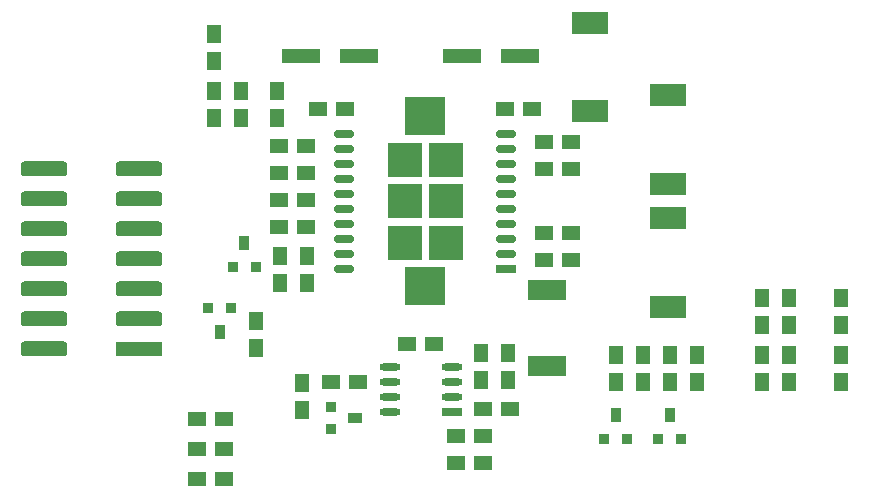
<source format=gtp>
G04*
G04  File:            BLDC MOTOR DRIVER V1.10.GTP, Mon Mar 21 23:15:27 2016*
G04  Source:          P-CAD 2006 PCB, Version 19.02.958, (E:\Projects\Manton\BLDC Motor Driver\V1.10\BLDC MOTOR DRIVER V1.10.PCB)*
G04  Format:          Gerber Format (RS-274-D), ASCII*
G04*
G04  Format Options:  Absolute Positioning*
G04                   Leading-Zero Suppression*
G04                   Scale Factor 1:1*
G04                   NO Circular Interpolation*
G04                   Inch Units*
G04                   Numeric Format: 4.4 (XXXX.XXXX)*
G04                   G54 NOT Used for Aperture Change*
G04                   Apertures Embedded*
G04*
G04  File Options:    Offset = (0.0mil,0.0mil)*
G04                   Drill Symbol Size = 80.0mil*
G04                   No Pad/Via Holes*
G04*
G04  File Contents:   Pads*
G04                   No Vias*
G04                   No Designators*
G04                   No Types*
G04                   No Values*
G04                   No Drill Symbols*
G04                   Top Paste*
G04*
%INBLDC MOTOR DRIVER V1.10.GTP*%
%ICAS*%
%MOIN*%
G04*
G04  Aperture MACROs for general use --- invoked via D-code assignment *
G04*
G04  General MACRO for flashed round with rotation and/or offset hole *
%AMROTOFFROUND*
1,1,$1,0.0000,0.0000*
1,0,$2,$3,$4*%
G04*
G04  General MACRO for flashed oval (obround) with rotation and/or offset hole *
%AMROTOFFOVAL*
21,1,$1,$2,0.0000,0.0000,$3*
1,1,$4,$5,$6*
1,1,$4,0-$5,0-$6*
1,0,$7,$8,$9*%
G04*
G04  General MACRO for flashed oval (obround) with rotation and no hole *
%AMROTOVALNOHOLE*
21,1,$1,$2,0.0000,0.0000,$3*
1,1,$4,$5,$6*
1,1,$4,0-$5,0-$6*%
G04*
G04  General MACRO for flashed rectangle with rotation and/or offset hole *
%AMROTOFFRECT*
21,1,$1,$2,0.0000,0.0000,$3*
1,0,$4,$5,$6*%
G04*
G04  General MACRO for flashed rectangle with rotation and no hole *
%AMROTRECTNOHOLE*
21,1,$1,$2,0.0000,0.0000,$3*%
G04*
G04  General MACRO for flashed rounded-rectangle *
%AMROUNDRECT*
21,1,$1,$2-$4,0.0000,0.0000,$3*
21,1,$1-$4,$2,0.0000,0.0000,$3*
1,1,$4,$5,$6*
1,1,$4,$7,$8*
1,1,$4,0-$5,0-$6*
1,1,$4,0-$7,0-$8*
1,0,$9,$10,$11*%
G04*
G04  General MACRO for flashed rounded-rectangle with rotation and no hole *
%AMROUNDRECTNOHOLE*
21,1,$1,$2-$4,0.0000,0.0000,$3*
21,1,$1-$4,$2,0.0000,0.0000,$3*
1,1,$4,$5,$6*
1,1,$4,$7,$8*
1,1,$4,0-$5,0-$6*
1,1,$4,0-$7,0-$8*%
G04*
G04  General MACRO for flashed regular polygon *
%AMREGPOLY*
5,1,$1,0.0000,0.0000,$2,$3+$4*
1,0,$5,$6,$7*%
G04*
G04  General MACRO for flashed regular polygon with no hole *
%AMREGPOLYNOHOLE*
5,1,$1,0.0000,0.0000,$2,$3+$4*%
G04*
G04  General MACRO for target *
%AMTARGET*
6,0,0,$1,$2,$3,4,$4,$5,$6*%
G04*
G04  General MACRO for mounting hole *
%AMMTHOLE*
1,1,$1,0,0*
1,0,$2,0,0*
$1=$1-$2*
$1=$1/2*
21,1,$2+$1,$3,0,0,$4*
21,1,$3,$2+$1,0,0,$4*%
G04*
G04*
G04  D10 : "Ellipse X5.0mil Y5.0mil H0.0mil 0.0deg (0.0mil,0.0mil) Draw"*
G04  Disc: OuterDia=0.0050*
%ADD10C, 0.0050*%
G04  D11 : "Ellipse X10.0mil Y10.0mil H0.0mil 0.0deg (0.0mil,0.0mil) Draw"*
G04  Disc: OuterDia=0.0100*
%ADD11C, 0.0100*%
G04  D12 : "Ellipse X15.0mil Y15.0mil H0.0mil 0.0deg (0.0mil,0.0mil) Draw"*
G04  Disc: OuterDia=0.0150*
%ADD12C, 0.0150*%
G04  D13 : "Ellipse X24.0mil Y24.0mil H0.0mil 0.0deg (0.0mil,0.0mil) Draw"*
G04  Disc: OuterDia=0.0240*
%ADD13C, 0.0240*%
G04  D14 : "Ellipse X28.0mil Y28.0mil H0.0mil 0.0deg (0.0mil,0.0mil) Draw"*
G04  Disc: OuterDia=0.0280*
%ADD14C, 0.0280*%
G04  D15 : "Ellipse X35.0mil Y35.0mil H0.0mil 0.0deg (0.0mil,0.0mil) Draw"*
G04  Disc: OuterDia=0.0350*
%ADD15C, 0.0350*%
G04  D16 : "Ellipse X42.0mil Y42.0mil H0.0mil 0.0deg (0.0mil,0.0mil) Draw"*
G04  Disc: OuterDia=0.0420*
%ADD16C, 0.0420*%
G04  D17 : "Ellipse X50.0mil Y50.0mil H0.0mil 0.0deg (0.0mil,0.0mil) Draw"*
G04  Disc: OuterDia=0.0500*
%ADD17C, 0.0500*%
G04  D18 : "Ellipse X60.0mil Y60.0mil H0.0mil 0.0deg (0.0mil,0.0mil) Draw"*
G04  Disc: OuterDia=0.0600*
%ADD18C, 0.0600*%
G04  D19 : "Ellipse X75.0mil Y75.0mil H0.0mil 0.0deg (0.0mil,0.0mil) Draw"*
G04  Disc: OuterDia=0.0750*
%ADD19C, 0.0750*%
G04  D20 : "Ellipse X8.0mil Y8.0mil H0.0mil 0.0deg (0.0mil,0.0mil) Draw"*
G04  Disc: OuterDia=0.0080*
%ADD20C, 0.0080*%
G04  D21 : "Ellipse X80.0mil Y80.0mil H0.0mil 0.0deg (0.0mil,0.0mil) Draw"*
G04  Disc: OuterDia=0.0800*
%ADD21C, 0.0800*%
G04  D22 : "Ellipse X100.0mil Y100.0mil H0.0mil 0.0deg (0.0mil,0.0mil) Flash"*
G04  Disc: OuterDia=0.1000*
%ADD22C, 0.1000*%
G04  D23 : "Ellipse X200.0mil Y200.0mil H0.0mil 0.0deg (0.0mil,0.0mil) Flash"*
G04  Disc: OuterDia=0.2000*
%ADD23C, 0.2000*%
G04  D24 : "Ellipse X398.0mil Y398.0mil H0.0mil 0.0deg (0.0mil,0.0mil) Flash"*
G04  Disc: OuterDia=0.3980*
%ADD24C, 0.3980*%
G04  D25 : "Ellipse X40.0mil Y40.0mil H0.0mil 0.0deg (0.0mil,0.0mil) Flash"*
G04  Disc: OuterDia=0.0400*
%ADD25C, 0.0400*%
G04  D26 : "Ellipse X70.0mil Y70.0mil H0.0mil 0.0deg (0.0mil,0.0mil) Flash"*
G04  Disc: OuterDia=0.0700*
%ADD26C, 0.0700*%
G04  D27 : "Ellipse X72.0mil Y72.0mil H0.0mil 0.0deg (0.0mil,0.0mil) Flash"*
G04  Disc: OuterDia=0.0720*
%ADD27C, 0.0720*%
G04  D28 : "Ellipse X78.0mil Y78.0mil H0.0mil 0.0deg (0.0mil,0.0mil) Flash"*
G04  Disc: OuterDia=0.0780*
%ADD28C, 0.0780*%
G04  D29 : "Ellipse X80.0mil Y80.0mil H0.0mil 0.0deg (0.0mil,0.0mil) Flash"*
G04  Disc: OuterDia=0.0800*
%ADD29C, 0.0800*%
G04  D30 : "Mounting Hole X390.0mil Y390.0mil H0.0mil 0.0deg (0.0mil,0.0mil) Flash"*
G04  Mounting Hole: Diameter=0.3900, Rotation=0.0, LineWidth=0.0050 *
%ADD30MTHOLE, 0.3900 X0.3700 X0.0050 X0.0*%
G04  D31 : "Mounting Hole X64.0mil Y64.0mil H0.0mil 0.0deg (0.0mil,0.0mil) Flash"*
G04  Mounting Hole: Diameter=0.0640, Rotation=0.0, LineWidth=0.0050 *
%ADD31MTHOLE, 0.0640 X0.0440 X0.0050 X0.0*%
G04  D32 : "Oval X68.0mil Y28.0mil H0.0mil 0.0deg (0.0mil,0.0mil) Flash"*
G04  Obround: DimX=0.0680, DimY=0.0280, Rotation=0.0, OffsetX=0.0000, OffsetY=0.0000, HoleDia=0.0000 *
%ADD32O, 0.0680 X0.0280*%
G04  D33 : "Oval X70.0mil Y25.0mil H0.0mil 0.0deg (0.0mil,0.0mil) Flash"*
G04  Obround: DimX=0.0700, DimY=0.0250, Rotation=0.0, OffsetX=0.0000, OffsetY=0.0000, HoleDia=0.0000 *
%ADD33O, 0.0700 X0.0250*%
G04  D34 : "Oval X76.0mil Y36.0mil H0.0mil 0.0deg (0.0mil,0.0mil) Flash"*
G04  Obround: DimX=0.0760, DimY=0.0360, Rotation=0.0, OffsetX=0.0000, OffsetY=0.0000, HoleDia=0.0000 *
%ADD34O, 0.0760 X0.0360*%
G04  D35 : "Oval X78.0mil Y33.0mil H0.0mil 0.0deg (0.0mil,0.0mil) Flash"*
G04  Obround: DimX=0.0780, DimY=0.0330, Rotation=0.0, OffsetX=0.0000, OffsetY=0.0000, HoleDia=0.0000 *
%ADD35O, 0.0780 X0.0330*%
G04  D36 : "Rounded Rectangle X100.0mil Y100.0mil H0.0mil 0.0deg (0.0mil,0.0mil) Flash"*
G04  RoundRct: DimX=0.1000, DimY=0.1000, CornerRad=0.0250, Rotation=0.0, OffsetX=0.0000, OffsetY=0.0000, HoleDia=0.0000 *
%ADD36ROUNDRECTNOHOLE, 0.1000 X0.1000 X0.0 X0.0500 X-0.0250 X-0.0250 X-0.0250 X0.0250*%
G04  D37 : "Rounded Rectangle X108.0mil Y108.0mil H0.0mil 0.0deg (0.0mil,0.0mil) Flash"*
G04  RoundRct: DimX=0.1080, DimY=0.1080, CornerRad=0.0270, Rotation=0.0, OffsetX=0.0000, OffsetY=0.0000, HoleDia=0.0000 *
%ADD37ROUNDRECTNOHOLE, 0.1080 X0.1080 X0.0 X0.0540 X-0.0270 X-0.0270 X-0.0270 X0.0270*%
G04  D38 : "Rounded Rectangle X125.0mil Y125.0mil H0.0mil 0.0deg (0.0mil,0.0mil) Flash"*
G04  RoundRct: DimX=0.1250, DimY=0.1250, CornerRad=0.0313, Rotation=0.0, OffsetX=0.0000, OffsetY=0.0000, HoleDia=0.0000 *
%ADD38ROUNDRECTNOHOLE, 0.1250 X0.1250 X0.0 X0.0625 X-0.0313 X-0.0313 X-0.0313 X0.0313*%
G04  D39 : "Rounded Rectangle X133.0mil Y133.0mil H0.0mil 0.0deg (0.0mil,0.0mil) Flash"*
G04  RoundRct: DimX=0.1330, DimY=0.1330, CornerRad=0.0333, Rotation=0.0, OffsetX=0.0000, OffsetY=0.0000, HoleDia=0.0000 *
%ADD39ROUNDRECTNOHOLE, 0.1330 X0.1330 X0.0 X0.0665 X-0.0333 X-0.0333 X-0.0333 X0.0333*%
G04  D40 : "Rounded Rectangle X156.0mil Y50.0mil H0.0mil 0.0deg (0.0mil,0.0mil) Flash"*
G04  RoundRct: DimX=0.1560, DimY=0.0500, CornerRad=0.0125, Rotation=0.0, OffsetX=0.0000, OffsetY=0.0000, HoleDia=0.0000 *
%ADD40ROUNDRECTNOHOLE, 0.1560 X0.0500 X0.0 X0.0250 X-0.0655 X-0.0125 X-0.0655 X0.0125*%
G04  D41 : "Rounded Rectangle X64.0mil Y64.0mil H0.0mil 0.0deg (0.0mil,0.0mil) Flash"*
G04  RoundRct: DimX=0.0640, DimY=0.0640, CornerRad=0.0160, Rotation=0.0, OffsetX=0.0000, OffsetY=0.0000, HoleDia=0.0000 *
%ADD41ROUNDRECTNOHOLE, 0.0640 X0.0640 X0.0 X0.0320 X-0.0160 X-0.0160 X-0.0160 X0.0160*%
G04  D42 : "Rounded Rectangle X72.0mil Y72.0mil H0.0mil 0.0deg (0.0mil,0.0mil) Flash"*
G04  RoundRct: DimX=0.0720, DimY=0.0720, CornerRad=0.0180, Rotation=0.0, OffsetX=0.0000, OffsetY=0.0000, HoleDia=0.0000 *
%ADD42ROUNDRECTNOHOLE, 0.0720 X0.0720 X0.0 X0.0360 X-0.0180 X-0.0180 X-0.0180 X0.0180*%
G04  D43 : "Rectangle X100.0mil Y100.0mil H0.0mil 0.0deg (0.0mil,0.0mil) Flash"*
G04  Square: Side=0.1000, Rotation=0.0, OffsetX=0.0000, OffsetY=0.0000, HoleDia=0.0000*
%ADD43R, 0.1000 X0.1000*%
G04  D44 : "Rectangle X108.0mil Y108.0mil H0.0mil 0.0deg (0.0mil,0.0mil) Flash"*
G04  Square: Side=0.1080, Rotation=0.0, OffsetX=0.0000, OffsetY=0.0000, HoleDia=0.0000*
%ADD44R, 0.1080 X0.1080*%
G04  D45 : "Rectangle X116.0mil Y118.0mil H0.0mil 0.0deg (0.0mil,0.0mil) Flash"*
G04  Rectangular: DimX=0.1160, DimY=0.1180, Rotation=0.0, OffsetX=0.0000, OffsetY=0.0000, HoleDia=0.0000 *
%ADD45R, 0.1160 X0.1180*%
G04  D46 : "Rectangle X125.0mil Y125.0mil H0.0mil 0.0deg (0.0mil,0.0mil) Flash"*
G04  Square: Side=0.1250, Rotation=0.0, OffsetX=0.0000, OffsetY=0.0000, HoleDia=0.0000*
%ADD46R, 0.1250 X0.1250*%
G04  D47 : "Rectangle X128.0mil Y45.0mil H0.0mil 0.0deg (0.0mil,0.0mil) Flash"*
G04  Rectangular: DimX=0.1280, DimY=0.0450, Rotation=0.0, OffsetX=0.0000, OffsetY=0.0000, HoleDia=0.0000 *
%ADD47R, 0.1280 X0.0450*%
G04  D48 : "Rectangle X133.0mil Y133.0mil H0.0mil 0.0deg (0.0mil,0.0mil) Flash"*
G04  Square: Side=0.1330, Rotation=0.0, OffsetX=0.0000, OffsetY=0.0000, HoleDia=0.0000*
%ADD48R, 0.1330 X0.1330*%
G04  D49 : "Rectangle X134.0mil Y131.0mil H0.0mil 0.0deg (0.0mil,0.0mil) Flash"*
G04  Rectangular: DimX=0.1340, DimY=0.1310, Rotation=0.0, OffsetX=0.0000, OffsetY=0.0000, HoleDia=0.0000 *
%ADD49R, 0.1340 X0.1310*%
G04  D50 : "Rectangle X136.0mil Y53.0mil H0.0mil 0.0deg (0.0mil,0.0mil) Flash"*
G04  Rectangular: DimX=0.1360, DimY=0.0530, Rotation=0.0, OffsetX=0.0000, OffsetY=0.0000, HoleDia=0.0000 *
%ADD50R, 0.1360 X0.0530*%
G04  D51 : "Rectangle X21.0mil Y21.0mil H0.0mil 225.0deg (0.0mil,0.0mil) Flash"*
G04  Square: Side=0.0210, Rotation=225.0, OffsetX=0.0000, OffsetY=0.0000, HoleDia=0.0000*
%ADD51ROTRECTNOHOLE, 0.0210 X0.0210 X225.0*%
G04  D52 : "Rectangle X36.0mil Y36.0mil H0.0mil 0.0deg (0.0mil,0.0mil) Flash"*
G04  Square: Side=0.0360, Rotation=0.0, OffsetX=0.0000, OffsetY=0.0000, HoleDia=0.0000*
%ADD52R, 0.0360 X0.0360*%
G04  D53 : "Rectangle X36.0mil Y50.0mil H0.0mil 0.0deg (0.0mil,0.0mil) Flash"*
G04  Rectangular: DimX=0.0360, DimY=0.0500, Rotation=0.0, OffsetX=0.0000, OffsetY=0.0000, HoleDia=0.0000 *
%ADD53R, 0.0360 X0.0500*%
G04  D54 : "Rectangle X50.0mil Y36.0mil H0.0mil 0.0deg (0.0mil,0.0mil) Flash"*
G04  Rectangular: DimX=0.0500, DimY=0.0360, Rotation=0.0, OffsetX=0.0000, OffsetY=0.0000, HoleDia=0.0000 *
%ADD54R, 0.0500 X0.0360*%
G04  D55 : "Rectangle X44.0mil Y44.0mil H0.0mil 0.0deg (0.0mil,0.0mil) Flash"*
G04  Square: Side=0.0440, Rotation=0.0, OffsetX=0.0000, OffsetY=0.0000, HoleDia=0.0000*
%ADD55R, 0.0440 X0.0440*%
G04  D56 : "Rectangle X44.0mil Y58.0mil H0.0mil 0.0deg (0.0mil,0.0mil) Flash"*
G04  Rectangular: DimX=0.0440, DimY=0.0580, Rotation=0.0, OffsetX=0.0000, OffsetY=0.0000, HoleDia=0.0000 *
%ADD56R, 0.0440 X0.0580*%
G04  D57 : "Rectangle X58.0mil Y44.0mil H0.0mil 0.0deg (0.0mil,0.0mil) Flash"*
G04  Rectangular: DimX=0.0580, DimY=0.0440, Rotation=0.0, OffsetX=0.0000, OffsetY=0.0000, HoleDia=0.0000 *
%ADD57R, 0.0580 X0.0440*%
G04  D58 : "Rectangle X156.0mil Y50.0mil H0.0mil 0.0deg (0.0mil,0.0mil) Flash"*
G04  Rectangular: DimX=0.1560, DimY=0.0500, Rotation=0.0, OffsetX=0.0000, OffsetY=0.0000, HoleDia=0.0000 *
%ADD58R, 0.1560 X0.0500*%
G04  D59 : "Rectangle X60.0mil Y50.0mil H0.0mil 0.0deg (0.0mil,0.0mil) Flash"*
G04  Rectangular: DimX=0.0600, DimY=0.0500, Rotation=0.0, OffsetX=0.0000, OffsetY=0.0000, HoleDia=0.0000 *
%ADD59R, 0.0600 X0.0500*%
G04  D60 : "Rectangle X50.0mil Y60.0mil H0.0mil 0.0deg (0.0mil,0.0mil) Flash"*
G04  Rectangular: DimX=0.0500, DimY=0.0600, Rotation=0.0, OffsetX=0.0000, OffsetY=0.0000, HoleDia=0.0000 *
%ADD60R, 0.0500 X0.0600*%
G04  D61 : "Rectangle X64.0mil Y64.0mil H0.0mil 0.0deg (0.0mil,0.0mil) Flash"*
G04  Square: Side=0.0640, Rotation=0.0, OffsetX=0.0000, OffsetY=0.0000, HoleDia=0.0000*
%ADD61R, 0.0640 X0.0640*%
G04  D62 : "Rectangle X125.0mil Y65.0mil H0.0mil 0.0deg (0.0mil,0.0mil) Flash"*
G04  Rectangular: DimX=0.1250, DimY=0.0650, Rotation=0.0, OffsetX=0.0000, OffsetY=0.0000, HoleDia=0.0000 *
%ADD62R, 0.1250 X0.0650*%
G04  D63 : "Rectangle X68.0mil Y28.0mil H0.0mil 0.0deg (0.0mil,0.0mil) Flash"*
G04  Rectangular: DimX=0.0680, DimY=0.0280, Rotation=0.0, OffsetX=0.0000, OffsetY=0.0000, HoleDia=0.0000 *
%ADD63R, 0.0680 X0.0280*%
G04  D64 : "Rectangle X68.0mil Y58.0mil H0.0mil 0.0deg (0.0mil,0.0mil) Flash"*
G04  Rectangular: DimX=0.0680, DimY=0.0580, Rotation=0.0, OffsetX=0.0000, OffsetY=0.0000, HoleDia=0.0000 *
%ADD64R, 0.0680 X0.0580*%
G04  D65 : "Rectangle X58.0mil Y68.0mil H0.0mil 0.0deg (0.0mil,0.0mil) Flash"*
G04  Rectangular: DimX=0.0580, DimY=0.0680, Rotation=0.0, OffsetX=0.0000, OffsetY=0.0000, HoleDia=0.0000 *
%ADD65R, 0.0580 X0.0680*%
G04  D66 : "Rectangle X70.0mil Y25.0mil H0.0mil 0.0deg (0.0mil,0.0mil) Flash"*
G04  Rectangular: DimX=0.0700, DimY=0.0250, Rotation=0.0, OffsetX=0.0000, OffsetY=0.0000, HoleDia=0.0000 *
%ADD66R, 0.0700 X0.0250*%
G04  D67 : "Rectangle X72.0mil Y72.0mil H0.0mil 0.0deg (0.0mil,0.0mil) Flash"*
G04  Square: Side=0.0720, Rotation=0.0, OffsetX=0.0000, OffsetY=0.0000, HoleDia=0.0000*
%ADD67R, 0.0720 X0.0720*%
G04  D68 : "Rectangle X133.0mil Y73.0mil H0.0mil 0.0deg (0.0mil,0.0mil) Flash"*
G04  Rectangular: DimX=0.1330, DimY=0.0730, Rotation=0.0, OffsetX=0.0000, OffsetY=0.0000, HoleDia=0.0000 *
%ADD68R, 0.1330 X0.0730*%
G04  D69 : "Rectangle X120.0mil Y75.0mil H0.0mil 0.0deg (0.0mil,0.0mil) Flash"*
G04  Rectangular: DimX=0.1200, DimY=0.0750, Rotation=0.0, OffsetX=0.0000, OffsetY=0.0000, HoleDia=0.0000 *
%ADD69R, 0.1200 X0.0750*%
G04  D70 : "Rectangle X76.0mil Y36.0mil H0.0mil 0.0deg (0.0mil,0.0mil) Flash"*
G04  Rectangular: DimX=0.0760, DimY=0.0360, Rotation=0.0, OffsetX=0.0000, OffsetY=0.0000, HoleDia=0.0000 *
%ADD70R, 0.0760 X0.0360*%
G04  D71 : "Rectangle X78.0mil Y33.0mil H0.0mil 0.0deg (0.0mil,0.0mil) Flash"*
G04  Rectangular: DimX=0.0780, DimY=0.0330, Rotation=0.0, OffsetX=0.0000, OffsetY=0.0000, HoleDia=0.0000 *
%ADD71R, 0.0780 X0.0330*%
G04  D72 : "Rectangle X128.0mil Y83.0mil H0.0mil 0.0deg (0.0mil,0.0mil) Flash"*
G04  Rectangular: DimX=0.1280, DimY=0.0830, Rotation=0.0, OffsetX=0.0000, OffsetY=0.0000, HoleDia=0.0000 *
%ADD72R, 0.1280 X0.0830*%
G04  D73 : "Ellipse X30.0mil Y30.0mil H0.0mil 0.0deg (0.0mil,0.0mil) Flash"*
G04  Disc: OuterDia=0.0300*
%ADD73C, 0.0300*%
G04  D74 : "Ellipse X38.0mil Y38.0mil H0.0mil 0.0deg (0.0mil,0.0mil) Flash"*
G04  Disc: OuterDia=0.0380*
%ADD74C, 0.0380*%
G04  D75 : "Ellipse X42.0mil Y42.0mil H0.0mil 0.0deg (0.0mil,0.0mil) Flash"*
G04  Disc: OuterDia=0.0420*
%ADD75C, 0.0420*%
G04  D76 : "Ellipse X50.0mil Y50.0mil H0.0mil 0.0deg (0.0mil,0.0mil) Flash"*
G04  Disc: OuterDia=0.0500*
%ADD76C, 0.0500*%
G04*
%FSLAX44Y44*%
%SFA1B1*%
%OFA0.0000B0.0000*%
G04*
G70*
G90*
G01*
D2*
%LNTop Paste*%
D52*
X19225Y19725D3*
X19975D3*
D53*
X19600Y20525D3*
D59*
X22475Y15900D3*
X23375D3*
X28300Y25000D3*
X29200D3*
D60*
X31975Y16800D3*
Y15900D3*
X34675Y16800D3*
Y15900D3*
D52*
X19150Y18375D3*
X18400D3*
D53*
X18775Y17575D3*
D60*
X20000Y17925D3*
Y17025D3*
X18575Y27500D3*
Y26600D3*
X21700Y19200D3*
Y20100D3*
X21525Y14950D3*
Y15850D3*
D59*
X25925Y17175D3*
X25025D3*
D60*
X28400Y15950D3*
Y16850D3*
D52*
X31600Y14000D3*
X32350D3*
D53*
X31975Y14800D3*
D52*
X33400Y14000D3*
X34150D3*
D53*
X33775Y14800D3*
D60*
Y16800D3*
Y15900D3*
X36850D3*
Y16800D3*
X37750Y15900D3*
Y16800D3*
X19475Y24700D3*
Y25600D3*
D52*
X22475Y15075D3*
Y14325D3*
D54*
X23275Y14700D3*
D59*
X18025Y13675D3*
X18925D3*
X18025Y12675D3*
X18925D3*
X20750Y21950D3*
X21650D3*
X20750Y22850D3*
X21650D3*
X22950Y25000D3*
X22050D3*
D60*
X18575Y25600D3*
Y24700D3*
D59*
X30500Y19950D3*
X29600D3*
X30500Y23000D3*
X29600D3*
D60*
X39475Y15900D3*
Y16800D3*
D59*
X20750Y21050D3*
X21650D3*
D60*
X20800Y19200D3*
Y20100D3*
D59*
X18025Y14675D3*
X18925D3*
X20750Y23750D3*
X21650D3*
D60*
X27500Y16850D3*
Y15950D3*
D69*
X33725Y18400D3*
Y21350D3*
D59*
X27550Y15000D3*
X28450D3*
X30500Y23900D3*
X29600D3*
X30500Y20850D3*
X29600D3*
D62*
X29700Y18975D3*
Y16425D3*
D60*
X32875Y16800D3*
Y15900D3*
X36850Y18700D3*
Y17800D3*
X39475Y18700D3*
Y17800D3*
D47*
X23415Y26750D3*
X21485D3*
D60*
X20700Y24700D3*
Y25600D3*
D47*
X26860Y26750D3*
X28790D3*
D69*
X31125Y27875D3*
Y24925D3*
X33725Y25450D3*
Y22500D3*
D59*
X27550Y13200D3*
X26650D3*
Y14100D3*
X27550D3*
D58*
X16070Y17000D3*
D40*
Y18000D3*
X12930Y17000D3*
Y18000D3*
X16070Y20000D3*
Y21000D3*
X12930Y20000D3*
Y21000D3*
X16070Y23000D3*
X12930D3*
X16070Y19000D3*
X12930D3*
X16070Y22000D3*
X12930D3*
D60*
X37750Y18700D3*
Y17800D3*
D45*
X26305Y23305D3*
Y20545D3*
X24945Y23305D3*
Y20545D3*
X26305Y21920D3*
X24945D3*
D32*
X28322Y24175D3*
Y23675D3*
Y23175D3*
Y22675D3*
Y22175D3*
Y21675D3*
Y21175D3*
Y20675D3*
Y20175D3*
D63*
Y19675D3*
D32*
X22928Y24175D3*
Y23675D3*
Y23175D3*
Y22675D3*
Y22175D3*
Y21675D3*
Y21175D3*
Y20675D3*
Y20175D3*
Y19675D3*
D49*
X25625Y24755D3*
Y19095D3*
D33*
X26505Y16400D3*
Y15900D3*
Y15400D3*
D66*
Y14900D3*
D33*
X24445Y15900D3*
Y16400D3*
Y14900D3*
Y15400D3*
D02M02*

</source>
